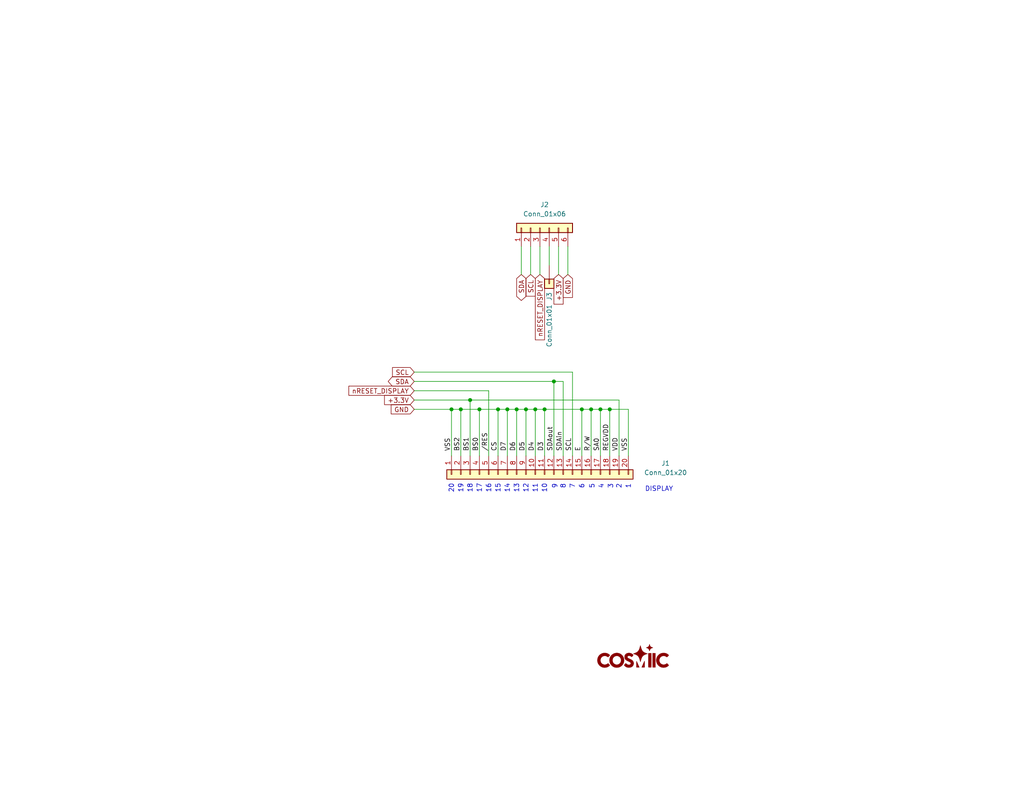
<source format=kicad_sch>
(kicad_sch (version 20231120) (generator "eeschema") (generator_version "8.0")
  (paper "A")
  (title_block (title "NHD Dispaly Connector") (date "2024-10-15") (rev "A"))
  (lib_symbols
    (symbol "COSMiiC-1000:LOGO" (pin_names (offset 1.016))
      (symbol "LOGO_0_0"
        (polyline (pts (xy 5.7446 -3.1185) (xy 6.1148 -3.1115) (xy 6.1148 -1.1938) (xy 6.1148 0.7239) (xy 5.727 0.731) (xy 5.3393 0.738) (xy 5.3393 -1.1762) (xy 5.3393 -1.2) (xy 5.3396 -1.5064) (xy 5.3403 -1.7976) (xy 5.3413 -2.0698) (xy 5.3428 -2.3189) (xy 5.3445 -2.5411) (xy 5.3466 -2.7322) (xy 5.3489 -2.8885) (xy 5.3514 -3.0058) (xy 5.3541 -3.0802) (xy 5.3569 -3.1079) (xy 5.3638 -3.1104) (xy 5.4123 -3.1155) (xy 5.4983 -3.1187) (xy 5.6122 -3.1198) (xy 5.7446 -3.1185)) (stroke (width 0.01)) (fill (type outline)))
        (polyline (pts (xy 1.669 -3.0416) (xy 1.6443 -2.9839) (xy 1.5986 -2.8787) (xy 1.5412 -2.7473) (xy 1.475 -2.5963) (xy 1.4029 -2.4324) (xy 1.3278 -2.2621) (xy 1.2527 -2.0921) (xy 1.1804 -1.929) (xy 1.114 -1.7793) (xy 1.0562 -1.6498) (xy 1.0101 -1.5469) (xy 0.9785 -1.4774) (xy 0.9645 -1.4478) (xy 0.9613 -1.4495) (xy 0.9559 -1.4895) (xy 0.9512 -1.5737) (xy 0.9473 -1.6978) (xy 0.9443 -1.8576) (xy 0.9423 -2.0487) (xy 0.9415 -2.2669) (xy 0.9407 -3.1242) (xy 1.3224 -3.1242) (xy 1.7041 -3.1242) (xy 1.669 -3.0416)) (stroke (width 0.01)) (fill (type outline)))
        (polyline (pts (xy 3.1527 -2.2563) (xy 3.1525 -2.092) (xy 3.1518 -1.902) (xy 3.1506 -1.7341) (xy 3.1489 -1.5942) (xy 3.1469 -1.4879) (xy 3.1447 -1.4209) (xy 3.1422 -1.3991) (xy 3.136 -1.411) (xy 3.1116 -1.4636) (xy 3.0717 -1.5521) (xy 3.0189 -1.6703) (xy 2.9562 -1.8117) (xy 2.8862 -1.9701) (xy 2.8117 -2.1391) (xy 2.7356 -2.3123) (xy 2.6606 -2.4834) (xy 2.5895 -2.6462) (xy 2.5251 -2.7942) (xy 2.4701 -2.9211) (xy 2.4274 -3.0205) (xy 2.3998 -3.0862) (xy 2.39 -3.1118) (xy 2.3961 -3.114) (xy 2.4422 -3.118) (xy 2.526 -3.1212) (xy 2.6386 -3.1234) (xy 2.7713 -3.1242) (xy 3.1527 -3.1242) (xy 3.1527 -2.2563)) (stroke (width 0.01)) (fill (type outline)))
        (polyline (pts (xy 4.514 1.3657) (xy 4.541 1.4249) (xy 4.5725 1.5118) (xy 4.6146 1.6294) (xy 4.6905 1.7946) (xy 4.7784 1.9219) (xy 4.8861 2.0195) (xy 5.0215 2.0955) (xy 5.1922 2.1581) (xy 5.2051 2.1621) (xy 5.2985 2.1909) (xy 5.3737 2.2143) (xy 5.4156 2.2277) (xy 5.4192 2.2303) (xy 5.4017 2.2459) (xy 5.3467 2.2695) (xy 5.263 2.297) (xy 5.0836 2.3577) (xy 4.9255 2.4342) (xy 4.8025 2.5282) (xy 4.7066 2.6479) (xy 4.6295 2.8015) (xy 4.5629 2.9972) (xy 4.5073 3.1877) (xy 4.4413 2.9718) (xy 4.3981 2.8433) (xy 4.3259 2.6838) (xy 4.2382 2.56) (xy 4.1261 2.4628) (xy 3.9807 2.3833) (xy 3.7934 2.3125) (xy 3.7384 2.2936) (xy 3.6612 2.2632) (xy 3.6157 2.2396) (xy 3.6104 2.2268) (xy 3.6376 2.2179) (xy 3.7048 2.1964) (xy 3.7884 2.1702) (xy 3.8781 2.1403) (xy 4.0484 2.0663) (xy 4.1806 1.9764) (xy 4.2833 1.8618) (xy 4.3653 1.7139) (xy 4.4352 1.524) (xy 4.4538 1.4646) (xy 4.4774 1.3906) (xy 4.4919 1.3462) (xy 4.4959 1.3428) (xy 4.514 1.3657)) (stroke (width 0.01)) (fill (type outline)))
        (polyline (pts (xy 4.7574 -3.1238) (xy 4.8617 -3.1176) (xy 4.9392 -3.1076) (xy 4.9783 -3.0937) (xy 4.9824 -3.0841) (xy 4.988 -3.049) (xy 4.9928 -2.9867) (xy 4.9969 -2.8947) (xy 5.0002 -2.7701) (xy 5.003 -2.6106) (xy 5.0051 -2.4133) (xy 5.0067 -2.1758) (xy 5.0077 -1.8953) (xy 5.0083 -1.5692) (xy 5.0084 -1.195) (xy 5.0081 -0.9073) (xy 5.0073 -0.6168) (xy 5.006 -0.3447) (xy 5.0042 -0.095) (xy 5.0021 0.1282) (xy 4.9997 0.3209) (xy 4.9969 0.4791) (xy 4.9939 0.5986) (xy 4.9907 0.6755) (xy 4.9874 0.7056) (xy 4.9741 0.7156) (xy 4.9324 0.7254) (xy 4.858 0.731) (xy 4.745 0.7328) (xy 4.5873 0.731) (xy 4.2079 0.7239) (xy 4.2014 -1.1656) (xy 4.2013 -1.1752) (xy 4.2002 -1.5605) (xy 4.1998 -1.897) (xy 4.2001 -2.1871) (xy 4.2011 -2.4326) (xy 4.2029 -2.6358) (xy 4.2054 -2.7988) (xy 4.2087 -2.9235) (xy 4.2128 -3.0122) (xy 4.2177 -3.0668) (xy 4.2235 -3.0896) (xy 4.2422 -3.0992) (xy 4.3055 -3.1113) (xy 4.4003 -3.1199) (xy 4.515 -3.1249) (xy 4.638 -3.1262) (xy 4.7574 -3.1238)) (stroke (width 0.01)) (fill (type outline)))
        (polyline (pts (xy 2.1257 -1.2369) (xy 2.1262 -1.2351) (xy 2.2243 -0.9084) (xy 2.324 -0.6301) (xy 2.425 -0.4009) (xy 2.5269 -0.2218) (xy 2.5663 -0.1659) (xy 2.7098 -0.0037) (xy 2.8877 0.1416) (xy 3.104 0.2727) (xy 3.3628 0.392) (xy 3.6679 0.5022) (xy 3.9669 0.5987) (xy 3.6646 0.6944) (xy 3.6004 0.7151) (xy 3.3014 0.8273) (xy 3.0482 0.9511) (xy 2.8372 1.089) (xy 2.6646 1.243) (xy 2.5269 1.4157) (xy 2.5264 1.4165) (xy 2.4245 1.5959) (xy 2.3235 1.8253) (xy 2.2238 2.1038) (xy 2.1257 2.4308) (xy 2.0145 2.8321) (xy 1.9841 2.7178) (xy 1.9239 2.4961) (xy 1.8502 2.2395) (xy 1.7817 2.0225) (xy 1.7159 1.8393) (xy 1.6501 1.684) (xy 1.5819 1.5509) (xy 1.5087 1.4339) (xy 1.4281 1.3273) (xy 1.3374 1.2252) (xy 1.3321 1.2197) (xy 1.2356 1.124) (xy 1.1451 1.05) (xy 1.0428 0.9845) (xy 0.9107 0.9146) (xy 0.8327 0.8776) (xy 0.6795 0.8114) (xy 0.5163 0.7475) (xy 0.3675 0.6955) (xy 0.3625 0.6939) (xy 0.2514 0.6576) (xy 0.1616 0.6271) (xy 0.1022 0.6055) (xy 0.0822 0.596) (xy 0.0834 0.5953) (xy 0.1162 0.5831) (xy 0.1864 0.5586) (xy 0.2848 0.5251) (xy 0.4022 0.4858) (xy 0.4129 0.4823) (xy 0.6678 0.3899) (xy 0.8802 0.2964) (xy 1.0577 0.1976) (xy 1.2082 0.089) (xy 1.3396 -0.0336) (xy 1.4058 -0.1067) (xy 1.4887 -0.2114) (xy 1.5635 -0.3251) (xy 1.6327 -0.4536) (xy 1.699 -0.6029) (xy 1.7647 -0.7788) (xy 1.8324 -0.987) (xy 1.9047 -1.2334) (xy 1.9841 -1.524) (xy 2.0145 -1.6383) (xy 2.1257 -1.2369)) (stroke (width 0.01)) (fill (type outline)))
        (polyline (pts (xy -4.2702 -3.1834) (xy -4.0673 -3.1608) (xy -3.8908 -3.1236) (xy -3.7726 -3.0862) (xy -3.489 -2.9612) (xy -3.2292 -2.7954) (xy -2.9986 -2.5932) (xy -2.8025 -2.3591) (xy -2.6464 -2.0975) (xy -2.6074 -2.0152) (xy -2.5398 -1.8473) (xy -2.4938 -1.6834) (xy -2.4649 -1.5054) (xy -2.4487 -1.2954) (xy -2.4457 -1.1386) (xy -2.4709 -0.8321) (xy -2.5398 -0.5488) (xy -2.6542 -0.2847) (xy -2.8156 -0.0354) (xy -3.0257 0.2032) (xy -3.0487 0.226) (xy -3.2901 0.4317) (xy -3.544 0.5891) (xy -3.8142 0.6997) (xy -4.1045 0.7651) (xy -4.4188 0.787) (xy -4.5107 0.7852) (xy -4.8208 0.7488) (xy -5.1132 0.6685) (xy -5.3845 0.548) (xy -5.6315 0.3907) (xy -5.8509 0.2004) (xy -6.0396 -0.0193) (xy -6.1942 -0.2648) (xy -6.3115 -0.5325) (xy -6.3883 -0.8187) (xy -6.4214 -1.1199) (xy -6.417 -1.2192) (xy -5.6016 -1.2192) (xy -5.584 -0.9706) (xy -5.5258 -0.747) (xy -5.4251 -0.5458) (xy -5.2797 -0.3613) (xy -5.2725 -0.3537) (xy -5.0908 -0.1971) (xy -4.8904 -0.0867) (xy -4.6681 -0.0214) (xy -4.421 0.0001) (xy -4.2237 -0.0158) (xy -3.9965 -0.0767) (xy -3.791 -0.1798) (xy -3.6117 -0.3213) (xy -3.4633 -0.4974) (xy -3.3504 -0.7042) (xy -3.2776 -0.9381) (xy -3.2666 -1.0064) (xy -3.2578 -1.1701) (xy -3.2663 -1.3469) (xy -3.2907 -1.516) (xy -3.3295 -1.6567) (xy -3.3972 -1.8004) (xy -3.5237 -1.9832) (xy -3.6811 -2.1418) (xy -3.8601 -2.2674) (xy -4.0516 -2.3511) (xy -4.1143 -2.3677) (xy -4.2696 -2.3929) (xy -4.4358 -2.4031) (xy -4.5932 -2.3975) (xy -4.7224 -2.3754) (xy -4.8365 -2.338) (xy -5.0578 -2.2293) (xy -5.2451 -2.0848) (xy -5.3959 -1.908) (xy -5.5073 -1.7024) (xy -5.5768 -1.4716) (xy -5.6016 -1.2192) (xy -6.417 -1.2192) (xy -6.4074 -1.4324) (xy -6.3827 -1.5923) (xy -6.3067 -1.8796) (xy -6.1908 -2.1412) (xy -6.0313 -2.3842) (xy -5.8247 -2.6162) (xy -5.7598 -2.6783) (xy -5.5425 -2.8567) (xy -5.3168 -2.993) (xy -5.0708 -3.0935) (xy -4.7927 -3.1644) (xy -4.6753 -3.1811) (xy -4.4795 -3.1905) (xy -4.2702 -3.1834)) (stroke (width 0.01)) (fill (type outline)))
        (polyline (pts (xy -7.5463 -3.187) (xy -7.2443 -3.1356) (xy -6.9578 -3.0387) (xy -6.6914 -2.8977) (xy -6.4497 -2.7138) (xy -6.4155 -2.6829) (xy -6.362 -2.631) (xy -6.3382 -2.5961) (xy -6.3383 -2.5667) (xy -6.3564 -2.5313) (xy -6.3858 -2.4917) (xy -6.4404 -2.4282) (xy -6.511 -2.3509) (xy -6.5894 -2.2682) (xy -6.6671 -2.1889) (xy -6.736 -2.1216) (xy -6.7876 -2.0748) (xy -6.8137 -2.0574) (xy -6.8263 -2.0623) (xy -6.8708 -2.0911) (xy -6.9313 -2.1371) (xy -6.9987 -2.1866) (xy -7.1858 -2.2887) (xy -7.3948 -2.3624) (xy -7.6093 -2.4027) (xy -7.8133 -2.4049) (xy -7.8367 -2.4024) (xy -8.0837 -2.3514) (xy -8.3041 -2.2591) (xy -8.4946 -2.1288) (xy -8.6519 -1.964) (xy -8.7728 -1.7678) (xy -8.854 -1.5439) (xy -8.8922 -1.2954) (xy -8.8951 -1.2174) (xy -8.8764 -0.9618) (xy -8.8128 -0.7297) (xy -8.7039 -0.5203) (xy -8.5496 -0.333) (xy -8.4962 -0.2826) (xy -8.3113 -0.1477) (xy -8.1077 -0.0577) (xy -7.8815 -0.0111) (xy -7.6288 -0.0065) (xy -7.5473 -0.0134) (xy -7.3518 -0.0507) (xy -7.1708 -0.121) (xy -6.986 -0.2307) (xy -6.9851 -0.2312) (xy -6.9075 -0.2811) (xy -6.8435 -0.3166) (xy -6.8071 -0.3302) (xy -6.7909 -0.325) (xy -6.7593 -0.3027) (xy -6.7108 -0.2587) (xy -6.6412 -0.1891) (xy -6.5463 -0.0897) (xy -6.4218 0.0436) (xy -6.388 0.0815) (xy -6.3511 0.1362) (xy -6.344 0.1847) (xy -6.3698 0.2357) (xy -6.4312 0.2982) (xy -6.5313 0.3811) (xy -6.7088 0.5078) (xy -6.9245 0.6229) (xy -7.1709 0.7152) (xy -7.1957 0.7228) (xy -7.2788 0.7452) (xy -7.3607 0.7602) (xy -7.4545 0.7692) (xy -7.573 0.7736) (xy -7.7294 0.7747) (xy -7.7764 0.7747) (xy -7.9212 0.7728) (xy -8.0317 0.7673) (xy -8.121 0.7568) (xy -8.2019 0.7399) (xy -8.2876 0.7153) (xy -8.3491 0.6951) (xy -8.6508 0.5662) (xy -8.9197 0.399) (xy -9.1542 0.195) (xy -9.3529 -0.0442) (xy -9.514 -0.3172) (xy -9.6362 -0.6223) (xy -9.6574 -0.7015) (xy -9.6869 -0.8733) (xy -9.7045 -1.068) (xy -9.7095 -1.2684) (xy -9.7011 -1.4572) (xy -9.6786 -1.6174) (xy -9.608 -1.8743) (xy -9.4946 -2.1356) (xy -9.3404 -2.3763) (xy -9.1405 -2.6056) (xy -9.1238 -2.6223) (xy -8.8831 -2.8263) (xy -8.619 -2.9877) (xy -8.3362 -3.1041) (xy -8.0395 -3.1729) (xy -7.859 -3.1916) (xy -7.5463 -3.187)) (stroke (width 0.01)) (fill (type outline)))
        (polyline (pts (xy 8.5169 -3.1876) (xy 8.8197 -3.1368) (xy 9.1072 -3.0403) (xy 9.375 -2.8994) (xy 9.6184 -2.7153) (xy 9.6774 -2.6607) (xy 9.719 -2.6136) (xy 9.7325 -2.5786) (xy 9.7245 -2.5455) (xy 9.7218 -2.5404) (xy 9.69 -2.4975) (xy 9.6342 -2.4324) (xy 9.5627 -2.3537) (xy 9.4836 -2.2699) (xy 9.4053 -2.1898) (xy 9.336 -2.122) (xy 9.2839 -2.0749) (xy 9.2572 -2.0574) (xy 9.2442 -2.0621) (xy 9.1987 -2.0905) (xy 9.1375 -2.1361) (xy 9.0463 -2.2022) (xy 8.8386 -2.3116) (xy 8.618 -2.3794) (xy 8.3914 -2.4061) (xy 8.1658 -2.3926) (xy 7.9479 -2.3396) (xy 7.7447 -2.2478) (xy 7.5631 -2.118) (xy 7.4099 -1.9509) (xy 7.3786 -1.9069) (xy 7.2726 -1.7192) (xy 7.2071 -1.5203) (xy 7.1767 -1.2954) (xy 7.1737 -1.2156) (xy 7.1927 -0.9602) (xy 7.2565 -0.7284) (xy 7.3653 -0.52) (xy 7.5193 -0.3345) (xy 7.5742 -0.2831) (xy 7.7604 -0.1477) (xy 7.9638 -0.0575) (xy 8.1888 -0.011) (xy 8.4401 -0.0065) (xy 8.5215 -0.0134) (xy 8.717 -0.0507) (xy 8.8981 -0.121) (xy 9.0829 -0.2307) (xy 9.0837 -0.2312) (xy 9.1614 -0.2811) (xy 9.2253 -0.3166) (xy 9.2617 -0.3302) (xy 9.2725 -0.3269) (xy 9.3214 -0.291) (xy 9.402 -0.2154) (xy 9.5142 -0.1002) (xy 9.6582 0.0547) (xy 9.6824 0.0824) (xy 9.7185 0.1382) (xy 9.7242 0.1887) (xy 9.6963 0.242) (xy 9.6316 0.3062) (xy 9.527 0.3893) (xy 9.4305 0.4597) (xy 9.2645 0.564) (xy 9.0944 0.6453) (xy 8.8982 0.7151) (xy 8.8884 0.7182) (xy 8.8015 0.7425) (xy 8.718 0.7588) (xy 8.6243 0.7687) (xy 8.5069 0.7735) (xy 8.3522 0.7747) (xy 8.2106 0.7731) (xy 8.0347 0.763) (xy 7.8835 0.7408) (xy 7.7416 0.7029) (xy 7.5936 0.6459) (xy 7.4242 0.5665) (xy 7.3272 0.5163) (xy 7.2324 0.4596) (xy 7.1455 0.3955) (xy 7.0526 0.3139) (xy 6.94 0.2043) (xy 6.9266 0.1908) (xy 6.7262 -0.0376) (xy 6.5731 -0.2725) (xy 6.4639 -0.5215) (xy 6.3951 -0.7922) (xy 6.3634 -1.0922) (xy 6.3609 -1.2669) (xy 6.387 -1.5754) (xy 6.4551 -1.8588) (xy 6.5668 -2.1217) (xy 6.724 -2.3689) (xy 6.9284 -2.605) (xy 6.9457 -2.6223) (xy 7.1855 -2.8263) (xy 7.4491 -2.9877) (xy 7.732 -3.104) (xy 8.0294 -3.1729) (xy 8.2034 -3.1913) (xy 8.5169 -3.1876)) (stroke (width 0.01)) (fill (type outline)))
        (polyline (pts (xy -0.9611 -3.1767) (xy -0.7752 -3.1496) (xy -0.6102 -3.1087) (xy -0.4592 -3.0505) (xy -0.2548 -2.9317) (xy -0.0879 -2.78) (xy 0.0395 -2.5977) (xy 0.1257 -2.3871) (xy 0.1689 -2.1503) (xy 0.1712 -2.1188) (xy 0.1631 -1.8805) (xy 0.1094 -1.6613) (xy 0.011 -1.4641) (xy -0.131 -1.2916) (xy -0.1339 -1.2888) (xy -0.2158 -1.2165) (xy -0.312 -1.1457) (xy -0.4292 -1.0725) (xy -0.574 -0.9931) (xy -0.7531 -0.9037) (xy -0.9731 -0.8002) (xy -1.0855 -0.7473) (xy -1.2415 -0.6678) (xy -1.3576 -0.5973) (xy -1.4388 -0.5314) (xy -1.4905 -0.4656) (xy -1.5176 -0.3954) (xy -1.5256 -0.3161) (xy -1.525 -0.2895) (xy -1.5019 -0.1652) (xy -1.4417 -0.0719) (xy -1.3403 -0.0026) (xy -1.2478 0.0323) (xy -1.0812 0.0535) (xy -0.9047 0.0284) (xy -0.723 -0.042) (xy -0.5408 -0.1568) (xy -0.4542 -0.2177) (xy -0.3791 -0.2586) (xy -0.3344 -0.2665) (xy -0.3277 -0.2633) (xy -0.2837 -0.2267) (xy -0.2222 -0.1613) (xy -0.1517 -0.0781) (xy -0.0811 0.0121) (xy -0.0188 0.0982) (xy 0.0264 0.1693) (xy 0.0459 0.2144) (xy 0.036 0.257) (xy -0.0136 0.3256) (xy -0.0999 0.4073) (xy -0.2176 0.4975) (xy -0.3616 0.5914) (xy -0.3737 0.5986) (xy -0.5216 0.6768) (xy -0.667 0.7298) (xy -0.8275 0.7626) (xy -1.0203 0.7804) (xy -1.2269 0.78) (xy -1.4756 0.7439) (xy -1.6979 0.6697) (xy -1.8906 0.5596) (xy -2.0508 0.4159) (xy -2.1754 0.241) (xy -2.2615 0.0369) (xy -2.306 -0.1939) (xy -2.3098 -0.2813) (xy -2.297 -0.4568) (xy -2.2613 -0.6285) (xy -2.2066 -0.774) (xy -2.1414 -0.8867) (xy -2.0611 -0.9904) (xy -1.9608 -1.0875) (xy -1.8349 -1.1825) (xy -1.6776 -1.2796) (xy -1.4832 -1.3832) (xy -1.2459 -1.4975) (xy -1.1523 -1.5416) (xy -1.0212 -1.6057) (xy -0.9071 -1.664) (xy -0.8198 -1.7116) (xy -0.7691 -1.7433) (xy -0.7402 -1.7673) (xy -0.658 -1.8699) (xy -0.6151 -1.9861) (xy -0.6107 -2.106) (xy -0.6441 -2.2194) (xy -0.7143 -2.3163) (xy -0.8207 -2.3868) (xy -1.0137 -2.4447) (xy -1.2105 -2.4533) (xy -1.4073 -2.4122) (xy -1.6016 -2.3222) (xy -1.791 -2.1836) (xy -1.8007 -2.1752) (xy -1.8762 -2.1155) (xy -1.941 -2.0733) (xy -1.9819 -2.0574) (xy -2.0038 -2.0658) (xy -2.0559 -2.107) (xy -2.123 -2.1735) (xy -2.1967 -2.2555) (xy -2.2687 -2.3431) (xy -2.3305 -2.4263) (xy -2.3737 -2.4951) (xy -2.39 -2.5397) (xy -2.3878 -2.5542) (xy -2.3557 -2.6141) (xy -2.2921 -2.6905) (xy -2.2055 -2.7754) (xy -2.1045 -2.8608) (xy -1.9979 -2.9388) (xy -1.8941 -3.0011) (xy -1.8762 -3.0104) (xy -1.7103 -3.0862) (xy -1.5472 -3.1385) (xy -1.3603 -3.1761) (xy -1.3142 -3.1821) (xy -1.1476 -3.1882) (xy -0.9611 -3.1767)) (stroke (width 0.01)) (fill (type outline)))
      )
    )
    (symbol "Connector_Generic:Conn_01x01" (pin_numbers hide) (pin_names (offset 1.016) hide)
      (property "Reference" "J" (at 0 2.54 0))
      (property "Value" "Conn_01x01" (at 0 -2.54 0))
      (symbol "Conn_01x01_1_1"
        (rectangle (start -1.27 0.127) (end 0 -0.127) (stroke (width 0.1524)))
        (rectangle (start -1.27 1.27) (end 1.27 -1.27) (stroke (width 0.254)) (fill (type background)))
        (pin passive line (at -5.08 0 0) (length 3.81) (name "Pin_1") (number "1"))
      )
    )
    (symbol "Connector_Generic:Conn_01x06" (pin_names (offset 1.016) hide)
      (property "Reference" "J" (at 0 7.62 0))
      (property "Value" "Conn_01x06" (at 0 -10.16 0))
      (symbol "Conn_01x06_1_1"
        (rectangle (start -1.27 -7.493) (end 0 -7.747) (stroke (width 0.1524)))
        (rectangle (start -1.27 -4.953) (end 0 -5.207) (stroke (width 0.1524)))
        (rectangle (start -1.27 -2.413) (end 0 -2.667) (stroke (width 0.1524)))
        (rectangle (start -1.27 0.127) (end 0 -0.127) (stroke (width 0.1524)))
        (rectangle (start -1.27 2.667) (end 0 2.413) (stroke (width 0.1524)))
        (rectangle (start -1.27 5.207) (end 0 4.953) (stroke (width 0.1524)))
        (rectangle (start -1.27 6.35) (end 1.27 -8.89) (stroke (width 0.254)) (fill (type background)))
        (pin passive line (at -5.08 5.08 0) (length 3.81) (name "Pin_1") (number "1"))
        (pin passive line (at -5.08 2.54 0) (length 3.81) (name "Pin_2") (number "2"))
        (pin passive line (at -5.08 0 0) (length 3.81) (name "Pin_3") (number "3"))
        (pin passive line (at -5.08 -2.54 0) (length 3.81) (name "Pin_4") (number "4"))
        (pin passive line (at -5.08 -5.08 0) (length 3.81) (name "Pin_5") (number "5"))
        (pin passive line (at -5.08 -7.62 0) (length 3.81) (name "Pin_6") (number "6"))
      )
    )
    (symbol "Connector_Generic:Conn_01x20" (pin_names (offset 1.016) hide)
      (property "Reference" "J" (at 0 25.4 0))
      (property "Value" "Conn_01x20" (at 0 -27.94 0))
      (symbol "Conn_01x20_1_1"
        (rectangle (start -1.27 -25.273) (end 0 -25.527) (stroke (width 0.1524)))
        (rectangle (start -1.27 -22.733) (end 0 -22.987) (stroke (width 0.1524)))
        (rectangle (start -1.27 -20.193) (end 0 -20.447) (stroke (width 0.1524)))
        (rectangle (start -1.27 -17.653) (end 0 -17.907) (stroke (width 0.1524)))
        (rectangle (start -1.27 -15.113) (end 0 -15.367) (stroke (width 0.1524)))
        (rectangle (start -1.27 -12.573) (end 0 -12.827) (stroke (width 0.1524)))
        (rectangle (start -1.27 -10.033) (end 0 -10.287) (stroke (width 0.1524)))
        (rectangle (start -1.27 -7.493) (end 0 -7.747) (stroke (width 0.1524)))
        (rectangle (start -1.27 -4.953) (end 0 -5.207) (stroke (width 0.1524)))
        (rectangle (start -1.27 -2.413) (end 0 -2.667) (stroke (width 0.1524)))
        (rectangle (start -1.27 0.127) (end 0 -0.127) (stroke (width 0.1524)))
        (rectangle (start -1.27 2.667) (end 0 2.413) (stroke (width 0.1524)))
        (rectangle (start -1.27 5.207) (end 0 4.953) (stroke (width 0.1524)))
        (rectangle (start -1.27 7.747) (end 0 7.493) (stroke (width 0.1524)))
        (rectangle (start -1.27 10.287) (end 0 10.033) (stroke (width 0.1524)))
        (rectangle (start -1.27 12.827) (end 0 12.573) (stroke (width 0.1524)))
        (rectangle (start -1.27 15.367) (end 0 15.113) (stroke (width 0.1524)))
        (rectangle (start -1.27 17.907) (end 0 17.653) (stroke (width 0.1524)))
        (rectangle (start -1.27 20.447) (end 0 20.193) (stroke (width 0.1524)))
        (rectangle (start -1.27 22.987) (end 0 22.733) (stroke (width 0.1524)))
        (rectangle (start -1.27 24.13) (end 1.27 -26.67) (stroke (width 0.254)) (fill (type background)))
        (pin passive line (at -5.08 22.86 0) (length 3.81) (name "Pin_1") (number "1"))
        (pin passive line (at -5.08 0 0) (length 3.81) (name "Pin_10") (number "10"))
        (pin passive line (at -5.08 -2.54 0) (length 3.81) (name "Pin_11") (number "11"))
        (pin passive line (at -5.08 -5.08 0) (length 3.81) (name "Pin_12") (number "12"))
        (pin passive line (at -5.08 -7.62 0) (length 3.81) (name "Pin_13") (number "13"))
        (pin passive line (at -5.08 -10.16 0) (length 3.81) (name "Pin_14") (number "14"))
        (pin passive line (at -5.08 -12.7 0) (length 3.81) (name "Pin_15") (number "15"))
        (pin passive line (at -5.08 -15.24 0) (length 3.81) (name "Pin_16") (number "16"))
        (pin passive line (at -5.08 -17.78 0) (length 3.81) (name "Pin_17") (number "17"))
        (pin passive line (at -5.08 -20.32 0) (length 3.81) (name "Pin_18") (number "18"))
        (pin passive line (at -5.08 -22.86 0) (length 3.81) (name "Pin_19") (number "19"))
        (pin passive line (at -5.08 20.32 0) (length 3.81) (name "Pin_2") (number "2"))
        (pin passive line (at -5.08 -25.4 0) (length 3.81) (name "Pin_20") (number "20"))
        (pin passive line (at -5.08 17.78 0) (length 3.81) (name "Pin_3") (number "3"))
        (pin passive line (at -5.08 15.24 0) (length 3.81) (name "Pin_4") (number "4"))
        (pin passive line (at -5.08 12.7 0) (length 3.81) (name "Pin_5") (number "5"))
        (pin passive line (at -5.08 10.16 0) (length 3.81) (name "Pin_6") (number "6"))
        (pin passive line (at -5.08 7.62 0) (length 3.81) (name "Pin_7") (number "7"))
        (pin passive line (at -5.08 5.08 0) (length 3.81) (name "Pin_8") (number "8"))
        (pin passive line (at -5.08 2.54 0) (length 3.81) (name "Pin_9") (number "9"))
      )
    )
  )
  (junction (at 148.59 111.76))
  (junction (at 138.43 111.76))
  (junction (at 163.83 111.76))
  (junction (at 143.51 111.76))
  (junction (at 158.75 111.76))
  (junction (at 130.81 111.76))
  (junction (at 161.29 111.76))
  (junction (at 140.97 111.76))
  (junction (at 135.89 111.76))
  (junction (at 166.37 111.76))
  (junction (at 146.05 111.76))
  (junction (at 128.27 109.22))
  (junction (at 125.73 111.76))
  (junction (at 123.19 111.76))
  (junction (at 151.13 104.14))
  (wire (pts (xy 148.59 111.76) (xy 158.75 111.76)))
  (wire (pts (xy 143.51 111.76) (xy 143.51 124.46)))
  (wire (pts (xy 158.75 111.76) (xy 161.29 111.76)))
  (wire (pts (xy 161.29 111.76) (xy 163.83 111.76)))
  (wire (pts (xy 146.05 111.76) (xy 148.59 111.76)))
  (wire (pts (xy 163.83 111.76) (xy 166.37 111.76)))
  (wire (pts (xy 123.19 111.76) (xy 125.73 111.76)))
  (wire (pts (xy 125.73 111.76) (xy 125.73 124.46)))
  (wire (pts (xy 171.45 111.76) (xy 171.45 124.46)))
  (wire (pts (xy 144.78 67.31) (xy 144.78 74.93)))
  (wire (pts (xy 152.4 67.31) (xy 152.4 74.93)))
  (wire (pts (xy 166.37 111.76) (xy 166.37 124.46)))
  (wire (pts (xy 166.37 111.76) (xy 171.45 111.76)))
  (wire (pts (xy 135.89 111.76) (xy 138.43 111.76)))
  (wire (pts (xy 138.43 111.76) (xy 138.43 124.46)))
  (wire (pts (xy 161.29 111.76) (xy 161.29 124.46)))
  (wire (pts (xy 149.86 67.31) (xy 149.86 72.39)))
  (wire (pts (xy 135.89 111.76) (xy 135.89 124.46)))
  (wire (pts (xy 113.03 104.14) (xy 151.13 104.14)))
  (wire (pts (xy 142.24 67.31) (xy 142.24 74.93)))
  (wire (pts (xy 140.97 111.76) (xy 143.51 111.76)))
  (wire (pts (xy 143.51 111.76) (xy 146.05 111.76)))
  (wire (pts (xy 128.27 109.22) (xy 128.27 124.46)))
  (wire (pts (xy 154.94 67.31) (xy 154.94 74.93)))
  (wire (pts (xy 163.83 111.76) (xy 163.83 124.46)))
  (wire (pts (xy 125.73 111.76) (xy 130.81 111.76)))
  (wire (pts (xy 113.03 106.68) (xy 133.35 106.68)))
  (wire (pts (xy 133.35 106.68) (xy 133.35 124.46)))
  (wire (pts (xy 123.19 111.76) (xy 123.19 124.46)))
  (wire (pts (xy 113.03 101.6) (xy 156.21 101.6)))
  (wire (pts (xy 113.03 111.76) (xy 123.19 111.76)))
  (wire (pts (xy 156.21 101.6) (xy 156.21 124.46)))
  (wire (pts (xy 168.91 109.22) (xy 168.91 124.46)))
  (wire (pts (xy 151.13 104.14) (xy 153.67 104.14)))
  (wire (pts (xy 113.03 109.22) (xy 128.27 109.22)))
  (wire (pts (xy 147.32 67.31) (xy 147.32 74.93)))
  (wire (pts (xy 128.27 109.22) (xy 168.91 109.22)))
  (wire (pts (xy 138.43 111.76) (xy 140.97 111.76)))
  (wire (pts (xy 148.59 111.76) (xy 148.59 124.46)))
  (wire (pts (xy 140.97 111.76) (xy 140.97 124.46)))
  (wire (pts (xy 158.75 111.76) (xy 158.75 124.46)))
  (wire (pts (xy 130.81 111.76) (xy 130.81 124.46)))
  (wire (pts (xy 151.13 104.14) (xy 151.13 124.46)))
  (wire (pts (xy 130.81 111.76) (xy 135.89 111.76)))
  (wire (pts (xy 153.67 104.14) (xy 153.67 124.46)))
  (wire (pts (xy 146.05 111.76) (xy 146.05 124.46)))
  (text "3" (at 166.624 132.842 90) (effects (font (size 1.27 1.27))))
  (text "17" (at 130.81 133.35 90) (effects (font (size 1.27 1.27))))
  (text "7" (at 156.21 132.842 90) (effects (font (size 1.27 1.27))))
  (text "15" (at 135.89 133.35 90) (effects (font (size 1.27 1.27))))
  (text "10" (at 148.59 133.35 90) (effects (font (size 1.27 1.27))))
  (text "20" (at 123.19 133.35 90) (effects (font (size 1.27 1.27))))
  (text "1" (at 171.45 132.842 90) (effects (font (size 1.27 1.27))))
  (text "19" (at 125.73 133.35 90) (effects (font (size 1.27 1.27))))
  (text "12" (at 143.51 133.35 90) (effects (font (size 1.27 1.27))))
  (text "11" (at 146.05 133.35 90) (effects (font (size 1.27 1.27))))
  (text "6" (at 158.75 132.842 90) (effects (font (size 1.27 1.27))))
  (text "4" (at 164.084 132.842 90) (effects (font (size 1.27 1.27))))
  (text "2" (at 168.91 132.842 90) (effects (font (size 1.27 1.27))))
  (text "5" (at 161.544 132.842 90) (effects (font (size 1.27 1.27))))
  (text "9" (at 151.384 132.842 90) (effects (font (size 1.27 1.27))))
  (text "8" (at 153.67 132.842 90) (effects (font (size 1.27 1.27))))
  (text "18" (at 128.27 133.35 90) (effects (font (size 1.27 1.27))))
  (text "13" (at 140.97 133.35 90) (effects (font (size 1.27 1.27))))
  (text "DISPLAY" (at 179.832 133.604 0) (effects (font (size 1.27 1.27))))
  (text "14" (at 138.43 133.35 90) (effects (font (size 1.27 1.27))))
  (text "16" (at 133.35 133.35 90) (effects (font (size 1.27 1.27))))
  (label "SDAout" (at 151.13 123.19 90))
  (label "E" (at 158.75 123.19 90))
  (label "D5" (at 143.51 123.19 90))
  (label "VDD" (at 168.91 123.19 90))
  (label "BS1" (at 128.27 123.19 90))
  (label "D3" (at 148.59 123.19 90))
  (label "VSS" (at 123.19 123.19 90))
  (label "VSS" (at 171.45 123.19 90))
  (label "BS0" (at 130.81 123.19 90))
  (label "BS2" (at 125.73 123.19 90))
  (label "D6" (at 140.97 123.19 90))
  (label "D4" (at 146.05 123.19 90))
  (label "{slash}RES" (at 133.35 123.19 90))
  (label "CS" (at 135.89 123.19 90))
  (label "REGVDD" (at 166.37 123.19 90))
  (label "SCL" (at 156.21 123.19 90))
  (label "SDAin" (at 153.67 123.19 90))
  (label "D7" (at 138.43 123.19 90))
  (label "R{slash}W" (at 161.29 123.19 90))
  (label "SA0" (at 163.83 123.19 90))
  (global_label "SDA" (shape bidirectional) (at 113.03 104.14 180) (property "Intersheetrefs" "${INTERSHEET_REFS}" (effects (hide yes))))
  (global_label "SCL" (shape input) (at 144.78 74.93 270) (property "Intersheetrefs" "${INTERSHEET_REFS}" (effects (hide yes))))
  (global_label "nRESET_DISPLAY" (shape input) (at 147.32 74.93 270) (property "Intersheetrefs" "${INTERSHEET_REFS}" (effects (hide yes))))
  (global_label "nRESET_DISPLAY" (shape input) (at 113.03 106.68 180) (property "Intersheetrefs" "${INTERSHEET_REFS}" (effects (hide yes))))
  (global_label "+3.3V" (shape input) (at 113.03 109.22 180) (property "Intersheetrefs" "${INTERSHEET_REFS}" (effects (hide yes))))
  (global_label "+3.3V" (shape input) (at 152.4 74.93 270) (property "Intersheetrefs" "${INTERSHEET_REFS}" (effects (hide yes))))
  (global_label "SCL" (shape input) (at 113.03 101.6 180) (property "Intersheetrefs" "${INTERSHEET_REFS}" (effects (hide yes))))
  (global_label "GND" (shape input) (at 113.03 111.76 180) (property "Intersheetrefs" "${INTERSHEET_REFS}" (effects (hide yes))))
  (global_label "GND" (shape input) (at 154.94 74.93 270) (property "Intersheetrefs" "${INTERSHEET_REFS}" (effects (hide yes))))
  (global_label "SDA" (shape bidirectional) (at 142.24 74.93 270) (property "Intersheetrefs" "${INTERSHEET_REFS}" (effects (hide yes))))
  (symbol (lib_id "COSMiiC-1000:LOGO") (at 172.72 179.07 0) (unit 1)
    (property "Reference" "#G1" (effects (hide yes)))
    (property "Value" "LOGO" (effects (hide yes)))
  )
  (symbol (lib_id "Connector_Generic:Conn_01x01") (at 149.86 77.47 270) (unit 1)
    (property "Reference" "J3" (at 149.86 79.756 0) (effects (justify left)))
    (property "Value" "Conn_01x01" (at 149.86 83.058 0) (effects (justify left)))
    (property "Footprint" "Connector_PinSocket_2.54mm:PinSocket_1x01_P2.54mm_Vertical" (effects (hide yes)))
    (property "Description" "Generic connector, single row, 01x01, script generated (kicad-library-utils/schlib/autogen/connector/)" (effects (hide yes)))
  )
  (symbol (lib_id "Connector_Generic:Conn_01x06") (at 147.32 62.23 90) (unit 1)
    (property "Reference" "J2" (at 148.59 55.88 90))
    (property "Value" "Conn_01x06" (at 148.59 58.42 90))
    (property "Footprint" "Connector_PinSocket_2.54mm:PinSocket_1x06_P2.54mm_Vertical" (effects (hide yes)))
    (property "Description" "Generic connector, single row, 01x06, script generated (kicad-library-utils/schlib/autogen/connector/)" (effects (hide yes)))
  )
  (symbol (lib_id "Connector_Generic:Conn_01x20") (at 146.05 129.54 90) (mirror x) (unit 1)
    (property "Reference" "J1" (at 181.61 126.492 90))
    (property "Value" "Conn_01x20" (at 181.61 129.032 90))
    (property "Footprint" "Connector_PinSocket_2.54mm:PinSocket_1x20_P2.54mm_Horizontal" (effects (hide yes)))
    (property "Description" "Generic connector, single row, 01x20, script generated (kicad-library-utils/schlib/autogen/connector/)" (effects (hide yes)))
  )
)
</source>
